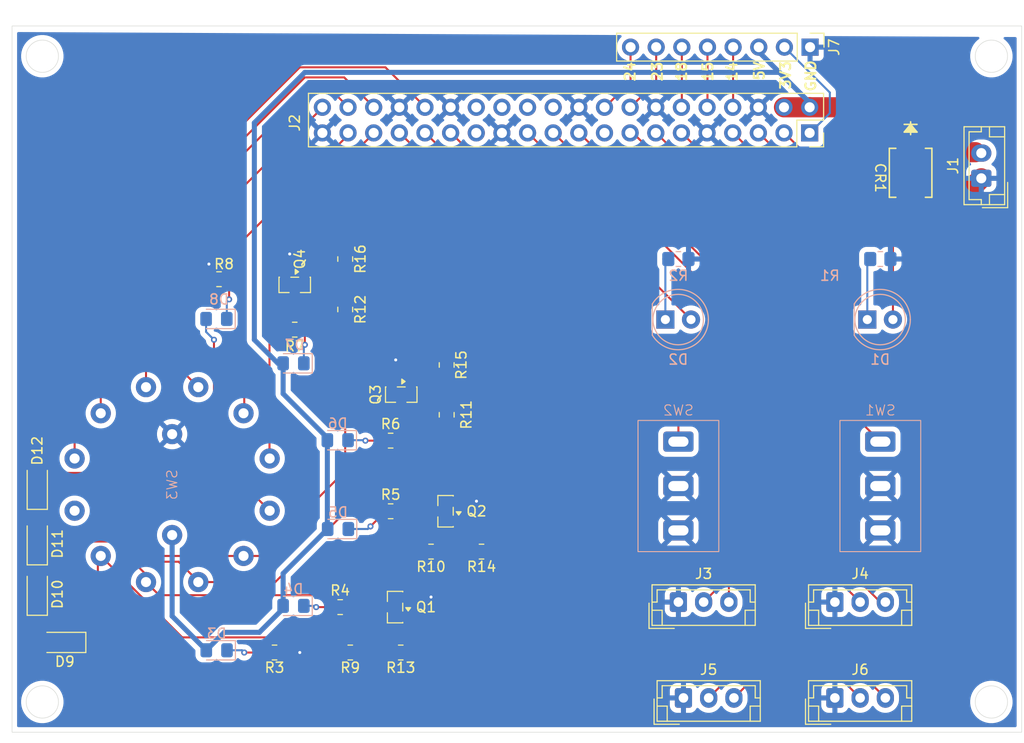
<source format=kicad_pcb>
(kicad_pcb (version 20241229) (generator "pcbnew") (generator_version "9.0")
  (layers (0 "F.Cu" signal) (2 "B.Cu" signal) (13 "F.Paste" user) (15 "B.Paste" user) (5 "F.SilkS" user "F.Silkscreen") (7 "B.SilkS" user "B.Silkscreen") (1 "F.Mask" user) (3 "B.Mask" user) (25 "Edge.Cuts" user))
  (net 0 "")
  (net 1 "GND")
  (net 2 "+5V")
  (net 3 "/LED5")
  (net 4 "/LED6")
  (net 5 "Net-(D3-K)")
  (net 6 "Net-(D4-K)")
  (net 7 "Net-(D5-K)")
  (net 8 "Net-(D6-K)")
  (net 9 "Net-(D7-K)")
  (net 10 "Net-(D8-K)")
  (net 11 "Net-(D12-A)")
  (net 12 "Net-(D9-K)")
  (net 13 "Net-(D10-K)")
  (net 14 "Net-(D10-A)")
  (net 15 "Net-(D11-A)")
  (net 17 "/switch_B")
  (net 18 "/LED3")
  (net 19 "/button_2")
  (net 20 "/button_4")
  (net 21 "/switch_W")
  (net 22 "/LED1")
  (net 23 "/button_3")
  (net 24 "+3V3")
  (net 25 "/LED2")
  (net 26 "/button_1")
  (net 27 "/LED4")
  (net 28 "Net-(Q1-B)")
  (net 29 "Net-(Q1-C)")
  (net 30 "Net-(Q2-C)")
  (net 31 "Net-(Q2-B)")
  (net 32 "Net-(Q3-B)")
  (net 33 "Net-(Q3-C)")
  (net 34 "Net-(Q4-B)")
  (net 35 "Net-(Q4-C)")
  (net 41 "Net-(J2-Pin_35)")
  (net 42 "Net-(J2-Pin_36)")
  (net 43 "Net-(J2-Pin_37)")
  (net 44 "Net-(J2-Pin_40)")
  (net 45 "Net-(J2-Pin_38)")
  (net 46 "Net-(J2-Pin_32)")
  (net 47 "Net-(D1-K)")
  (net 48 "Net-(D2-K)")
  (net 50 "/GPIO_24")
  (net 51 "/GPIO_18")
  (net 52 "/GPIO_15")
  (net 53 "/GPIO_23")
  (net 54 "/GPIO_14")
  (footprint "_Custom_Library:SMB_STM" (layer "F.Cu") (at 164 72.9553 -90)
    (property "Reference" "CR1" (at 0.5 3 270) (layer "F.SilkS"))
    (property "Value" "SMBJ5.0A-TR")
    (pad "1" smd rect (at -2.0447 0 270) (size 2.2098 2.2606) (layers "F.Cu" "F.Mask" "F.Paste") (net 2 "+5V"))
    (pad "2" smd rect (at 2.0447 0 270) (size 2.2098 2.2606) (layers "F.Cu" "F.Mask" "F.Paste") (net 1 "GND"))
  )
  (footprint "Diode_SMD:D_SOD-123F" (layer "F.Cu") (at 80.1 119.5 180)
    (property "Reference" "D9" (at -0.127 -1.905 0) (layer "F.SilkS"))
    (property "Value" "1N4001W")
    (pad "1" smd roundrect (at -1.4 0 180) (size 1.1 1.1) (layers "F.Cu" "F.Mask" "F.Paste") (roundrect_rratio 0.2272727273) (net 12 "Net-(D9-K)"))
    (pad "2" smd roundrect (at 1.4 0 180) (size 1.1 1.1) (layers "F.Cu" "F.Mask" "F.Paste") (roundrect_rratio 0.2272727273) (net 13 "Net-(D10-K)"))
  )
  (footprint "Diode_SMD:D_SOD-123F" (layer "F.Cu") (at 77.5 104.1 90)
    (property "Reference" "D12" (at 3.6 0 90) (layer "F.SilkS"))
    (property "Value" "1N4001W")
    (pad "1" smd roundrect (at -1.4 0 90) (size 1.1 1.1) (layers "F.Cu" "F.Mask" "F.Paste") (roundrect_rratio 0.2272727273) (net 15 "Net-(D11-A)"))
    (pad "2" smd roundrect (at 1.4 0 90) (size 1.1 1.1) (layers "F.Cu" "F.Mask" "F.Paste") (roundrect_rratio 0.2272727273) (net 11 "Net-(D12-A)"))
  )
  (footprint "Resistor_SMD:R_0805_2012Metric_Pad1.20x1.40mm_HandSolder" (layer "F.Cu") (at 112.5 99.5)
    (property "Reference" "R6" (at 0 -1.65 0) (layer "F.SilkS"))
    (property "Value" "750R")
    (pad "1" smd roundrect (at -1 0) (size 1.2 1.4) (layers "F.Cu" "F.Mask" "F.Paste") (roundrect_rratio 0.208333) (net 8 "Net-(D6-K)"))
    (pad "2" smd roundrect (at 1 0) (size 1.2 1.4) (layers "F.Cu" "F.Mask" "F.Paste") (roundrect_rratio 0.208333) (net 33 "Net-(Q3-C)"))
  )
  (footprint "Resistor_SMD:R_0805_2012Metric_Pad1.20x1.40mm_HandSolder" (layer "F.Cu") (at 107.5 116)
    (property "Reference" "R4" (at 0 -1.65 0) (layer "F.SilkS"))
    (property "Value" "3.3k")
    (pad "1" smd roundrect (at -1 0) (size 1.2 1.4) (layers "F.Cu" "F.Mask" "F.Paste") (roundrect_rratio 0.208333) (net 6 "Net-(D4-K)"))
    (pad "2" smd roundrect (at 1 0) (size 1.2 1.4) (layers "F.Cu" "F.Mask" "F.Paste") (roundrect_rratio 0.208333) (net 29 "Net-(Q1-C)"))
  )
  (footprint "Package_TO_SOT_SMD:SOT-23" (layer "F.Cu") (at 117.9375 106.5 180)
    (property "Reference" "Q2" (at -3.0625 0 0) (layer "F.SilkS"))
    (property "Value" "MMBT3904")
    (pad "1" smd roundrect (at -0.9375 -0.95 180) (size 1.475 0.6) (layers "F.Cu" "F.Mask" "F.Paste") (net 31 "Net-(Q2-B)"))
    (pad "2" smd roundrect (at -0.9375 0.95 180) (size 1.475 0.6) (layers "F.Cu" "F.Mask" "F.Paste") (net 1 "GND"))
    (pad "3" smd roundrect (at 0.9375 0 180) (size 1.475 0.6) (layers "F.Cu" "F.Mask" "F.Paste") (net 30 "Net-(Q2-C)"))
  )
  (footprint "Resistor_SMD:R_0805_2012Metric_Pad1.20x1.40mm_HandSolder" (layer "F.Cu") (at 118.05 96.9375 90)
    (property "Reference" "R11" (at 0 1.95 90) (layer "F.SilkS"))
    (property "Value" "5.1k")
    (pad "1" smd roundrect (at -1 0 90) (size 1.2 1.4) (layers "F.Cu" "F.Mask" "F.Paste") (roundrect_rratio 0.208333) (net 14 "Net-(D10-A)"))
    (pad "2" smd roundrect (at 1 0 90) (size 1.2 1.4) (layers "F.Cu" "F.Mask" "F.Paste") (roundrect_rratio 0.208333) (net 32 "Net-(Q3-B)"))
  )
  (footprint "Connector_JST:JST_EH_B3B-EH-A_1x03_P2.50mm_Vertical" (layer "F.Cu") (at 141.5 125)
    (property "Reference" "J5" (at 2.5 -2.8 0) (layer "F.SilkS"))
    (property "Value" "Conn_01x03")
    (pad "1" thru_hole roundrect (at 0 0) (size 1.7 1.95) (drill 0.95) (layers "*.Cu" "*.Mask") (roundrect_rratio 0.147059) (net 1 "GND"))
    (pad "2" thru_hole oval (at 2.5 0) (size 1.7 1.95) (drill 0.95) (layers "*.Cu" "*.Mask") (net 18 "/LED3"))
    (pad "3" thru_hole oval (at 5 0) (size 1.7 1.95) (drill 0.95) (layers "*.Cu" "*.Mask") (net 23 "/button_3"))
  )
  (footprint "Diode_SMD:D_SOD-123F" (layer "F.Cu") (at 77.5 114.6 90)
    (property "Reference" "D10" (at -0.127 2 90) (layer "F.SilkS"))
    (property "Value" "1N4001W")
    (pad "1" smd roundrect (at -1.4 0 90) (size 1.1 1.1) (layers "F.Cu" "F.Mask" "F.Paste") (roundrect_rratio 0.2272727273) (net 13 "Net-(D10-K)"))
    (pad "2" smd roundrect (at 1.4 0 90) (size 1.1 1.1) (layers "F.Cu" "F.Mask" "F.Paste") (roundrect_rratio 0.2272727273) (net 14 "Net-(D10-A)"))
  )
  (footprint "Connector_JST:JST_EH_B3B-EH-A_1x03_P2.50mm_Vertical" (layer "F.Cu") (at 141 115.5)
    (property "Reference" "J3" (at 2.5 -2.8 0) (layer "F.SilkS"))
    (property "Value" "Conn_01x03")
    (pad "1" thru_hole roundrect (at 0 0) (size 1.7 1.95) (drill 0.95) (layers "*.Cu" "*.Mask") (roundrect_rratio 0.147059) (net 1 "GND"))
    (pad "2" thru_hole oval (at 2.5 0) (size 1.7 1.95) (drill 0.95) (layers "*.Cu" "*.Mask") (net 22 "/LED1"))
    (pad "3" thru_hole oval (at 5 0) (size 1.7 1.95) (drill 0.95) (layers "*.Cu" "*.Mask") (net 26 "/button_1"))
  )
  (footprint "Resistor_SMD:R_0805_2012Metric_Pad1.20x1.40mm_HandSolder" (layer "F.Cu") (at 108 81.5 90)
    (property "Reference" "R16" (at 0 1.5 90) (layer "F.SilkS"))
    (property "Value" "100k")
    (pad "1" smd roundrect (at -1 0 90) (size 1.2 1.4) (layers "F.Cu" "F.Mask" "F.Paste") (roundrect_rratio 0.208333) (net 34 "Net-(Q4-B)"))
    (pad "2" smd roundrect (at 1 0 90) (size 1.2 1.4) (layers "F.Cu" "F.Mask" "F.Paste") (roundrect_rratio 0.208333) (net 1 "GND"))
  )
  (footprint "Resistor_SMD:R_0805_2012Metric_Pad1.20x1.40mm_HandSolder" (layer "F.Cu") (at 101 120.5)
    (property "Reference" "R3" (at 0 1.5 0) (layer "F.SilkS"))
    (property "Value" "3.3k")
    (pad "1" smd roundrect (at -1 0) (size 1.2 1.4) (layers "F.Cu" "F.Mask" "F.Paste") (roundrect_rratio 0.208333) (net 5 "Net-(D3-K)"))
    (pad "2" smd roundrect (at 1 0) (size 1.2 1.4) (layers "F.Cu" "F.Mask" "F.Paste") (roundrect_rratio 0.208333) (net 1 "GND"))
  )
  (footprint "Resistor_SMD:R_0805_2012Metric_Pad1.20x1.40mm_HandSolder" (layer "F.Cu") (at 113.5 120.5)
    (property "Reference" "R13" (at 0 1.5 0) (layer "F.SilkS"))
    (property "Value" "100k")
    (pad "1" smd roundrect (at -1 0) (size 1.2 1.4) (layers "F.Cu" "F.Mask" "F.Paste") (roundrect_rratio 0.208333) (net 28 "Net-(Q1-B)"))
    (pad "2" smd roundrect (at 1 0) (size 1.2 1.4) (layers "F.Cu" "F.Mask" "F.Paste") (roundrect_rratio 0.208333) (net 1 "GND"))
  )
  (footprint "Resistor_SMD:R_0805_2012Metric_Pad1.20x1.40mm_HandSolder" (layer "F.Cu") (at 95.5 83.5 180)
    (property "Reference" "R8" (at -0.5 1.5 0) (layer "F.SilkS"))
    (property "Value" "750R")
    (pad "1" smd roundrect (at -1 0 180) (size 1.2 1.4) (layers "F.Cu" "F.Mask" "F.Paste") (roundrect_rratio 0.208333) (net 10 "Net-(D8-K)"))
    (pad "2" smd roundrect (at 1 0 180) (size 1.2 1.4) (layers "F.Cu" "F.Mask" "F.Paste") (roundrect_rratio 0.208333) (net 1 "GND"))
  )
  (footprint "Resistor_SMD:R_0805_2012Metric_Pad1.20x1.40mm_HandSolder" (layer "F.Cu") (at 116.5 110.5)
    (property "Reference" "R10" (at 0 1.5 0) (layer "F.SilkS"))
    (property "Value" "5.1k")
    (pad "1" smd roundrect (at -1 0) (size 1.2 1.4) (layers "F.Cu" "F.Mask" "F.Paste") (roundrect_rratio 0.208333) (net 13 "Net-(D10-K)"))
    (pad "2" smd roundrect (at 1 0) (size 1.2 1.4) (layers "F.Cu" "F.Mask" "F.Paste") (roundrect_rratio 0.208333) (net 31 "Net-(Q2-B)"))
  )
  (footprint "Resistor_SMD:R_0805_2012Metric_Pad1.20x1.40mm_HandSolder" (layer "F.Cu") (at 112.5 106.5)
    (property "Reference" "R5" (at 0 -1.65 0) (layer "F.SilkS"))
    (property "Value" "750R")
    (pad "1" smd roundrect (at -1 0) (size 1.2 1.4) (layers "F.Cu" "F.Mask" "F.Paste") (roundrect_rratio 0.208333) (net 7 "Net-(D5-K)"))
    (pad "2" smd roundrect (at 1 0) (size 1.2 1.4) (layers "F.Cu" "F.Mask" "F.Paste") (roundrect_rratio 0.208333) (net 30 "Net-(Q2-C)"))
  )
  (footprint "Diode_SMD:D_SOD-123F" (layer "F.Cu") (at 77.5 109.6 90)
    (property "Reference" "D11" (at -0.127 2 90) (layer "F.SilkS"))
    (property "Value" "1N4001W")
    (pad "1" smd roundrect (at -1.4 0 90) (size 1.1 1.1) (layers "F.Cu" "F.Mask" "F.Paste") (roundrect_rratio 0.2272727273) (net 14 "Net-(D10-A)"))
    (pad "2" smd roundrect (at 1.4 0 90) (size 1.1 1.1) (layers "F.Cu" "F.Mask" "F.Paste") (roundrect_rratio 0.2272727273) (net 15 "Net-(D11-A)"))
  )
  (footprint "Resistor_SMD:R_0805_2012Metric_Pad1.20x1.40mm_HandSolder" (layer "F.Cu") (at 108 86.5 90)
    (property "Reference" "R12" (at 0 1.5 90) (layer "F.SilkS"))
    (property "Value" "5.1k")
    (pad "1" smd roundrect (at -1 0 90) (size 1.2 1.4) (layers "F.Cu" "F.Mask" "F.Paste") (roundrect_rratio 0.208333) (net 15 "Net-(D11-A)"))
    (pad "2" smd roundrect (at 1 0 90) (size 1.2 1.4) (layers "F.Cu" "F.Mask" "F.Paste") (roundrect_rratio 0.208333) (net 34 "Net-(Q4-B)"))
  )
  (footprint "Resistor_SMD:R_0805_2012Metric_Pad1.20x1.40mm_HandSolder" (layer "F.Cu") (at 108.5 120.5)
    (property "Reference" "R9" (at 0 1.5 0) (layer "F.SilkS"))
    (property "Value" "5.1k")
    (pad "1" smd roundrect (at -1 0) (size 1.2 1.4) (layers "F.Cu" "F.Mask" "F.Paste") (roundrect_rratio 0.208333) (net 12 "Net-(D9-K)"))
    (pad "2" smd roundrect (at 1 0) (size 1.2 1.4) (layers "F.Cu" "F.Mask" "F.Paste") (roundrect_rratio 0.208333) (net 28 "Net-(Q1-B)"))
  )
  (footprint "Connector_PinHeader_2.54mm:PinHeader_1x08_P2.54mm_Vertical" (layer "F.Cu") (at 154.04 60.5 -90)
    (property "Reference" "J7" (at 0 -2.38 90) (layer "F.SilkS"))
    (property "Value" "Conn_01x08")
    (pad "1" thru_hole rect (at 0 0 270) (size 1.7 1.7) (drill 1) (layers "*.Cu" "*.Mask") (net 1 "GND"))
    (pad "2" thru_hole circle (at 0 2.54 270) (size 1.7 1.7) (drill 1) (layers "*.Cu" "*.Mask") (net 24 "+3V3"))
    (pad "3" thru_hole circle (at 0 5.08 270) (size 1.7 1.7) (drill 1) (layers "*.Cu" "*.Mask") (net 2 "+5V"))
    (pad "4" thru_hole circle (at 0 7.62 270) (size 1.7 1.7) (drill 1) (layers "*.Cu" "*.Mask") (net 54 "/GPIO_14"))
    (pad "5" thru_hole circle (at 0 10.16 270) (size 1.7 1.7) (drill 1) (layers "*.Cu" "*.Mask") (net 52 "/GPIO_15"))
    (pad "6" thru_hole circle (at 0 12.7 270) (size 1.7 1.7) (drill 1) (layers "*.Cu" "*.Mask") (net 51 "/GPIO_18"))
    (pad "7" thru_hole circle (at 0 15.24 270) (size 1.7 1.7) (drill 1) (layers "*.Cu" "*.Mask") (net 53 "/GPIO_23"))
    (pad "8" thru_hole circle (at 0 17.78 270) (size 1.7 1.7) (drill 1) (layers "*.Cu" "*.Mask") (net 50 "/GPIO_24"))
  )
  (footprint "Package_TO_SOT_SMD:SOT-23" (layer "F.Cu") (at 113.55 94.9375 -90)
    (property "Reference" "Q3" (at 0 2.55 90) (layer "F.SilkS"))
    (property "Value" "MMBT3904")
    (pad "1" smd roundrect (at -0.9375 -0.95 270) (size 1.475 0.6) (layers "F.Cu" "F.Mask" "F.Paste") (net 32 "Net-(Q3-B)"))
    (pad "2" smd roundrect (at -0.9375 0.95 270) (size 1.475 0.6) (layers "F.Cu" "F.Mask" "F.Paste") (net 1 "GND"))
    (pad "3" smd roundrect (at 0.9375 0 270) (size 1.475 0.6) (layers "F.Cu" "F.Mask" "F.Paste") (net 33 "Net-(Q3-C)"))
  )
  (footprint "Package_TO_SOT_SMD:SOT-23" (layer "F.Cu") (at 112.9375 116 180)
    (property "Reference" "Q1" (at -3.0625 0 0) (layer "F.SilkS"))
    (property "Value" "MMBT3904")
    (pad "1" smd roundrect (at -0.9375 -0.95 180) (size 1.475 0.6) (layers "F.Cu" "F.Mask" "F.Paste") (net 28 "Net-(Q1-B)"))
    (pad "2" smd roundrect (at -0.9375 0.95 180) (size 1.475 0.6) (layers "F.Cu" "F.Mask" "F.Paste") (net 1 "GND"))
    (pad "3" smd roundrect (at 0.9375 0 180) (size 1.475 0.6) (layers "F.Cu" "F.Mask" "F.Paste") (net 29 "Net-(Q1-C)"))
  )
  (footprint "Connector_JST:JST_EH_B3B-EH-A_1x03_P2.50mm_Vertical" (layer "F.Cu") (at 156.5 115.5)
    (property "Reference" "J4" (at 2.5 -2.8 0) (layer "F.SilkS"))
    (property "Value" "Conn_01x03")
    (pad "1" thru_hole roundrect (at 0 0) (size 1.7 1.95) (drill 0.95) (layers "*.Cu" "*.Mask") (roundrect_rratio 0.147059) (net 1 "GND"))
    (pad "2" thru_hole oval (at 2.5 0) (size 1.7 1.95) (drill 0.95) (layers "*.Cu" "*.Mask") (net 25 "/LED2"))
    (pad "3" thru_hole oval (at 5 0) (size 1.7 1.95) (drill 0.95) (layers "*.Cu" "*.Mask") (net 19 "/button_2"))
  )
  (footprint "Resistor_SMD:R_0805_2012Metric_Pad1.20x1.40mm_HandSolder" (layer "F.Cu") (at 121.5 110.5)
    (property "Reference" "R14" (at 0 1.5 0) (layer "F.SilkS"))
    (property "Value" "100k")
    (pad "1" smd roundrect (at -1 0) (size 1.2 1.4) (layers "F.Cu" "F.Mask" "F.Paste") (roundrect_rratio 0.208333) (net 31 "Net-(Q2-B)"))
    (pad "2" smd roundrect (at 1 0) (size 1.2 1.4) (layers "F.Cu" "F.Mask" "F.Paste") (roundrect_rratio 0.208333) (net 1 "GND"))
  )
  (footprint "Package_TO_SOT_SMD:SOT-23" (layer "F.Cu") (at 103 84.0625 -90)
    (property "Reference" "Q4" (at -2.5625 -0.5 270) (layer "F.SilkS"))
    (property "Value" "MMBT3904")
    (pad "1" smd roundrect (at -0.9375 -0.95 270) (size 1.475 0.6) (layers "F.Cu" "F.Mask" "F.Paste") (net 34 "Net-(Q4-B)"))
    (pad "2" smd roundrect (at -0.9375 0.95 270) (size 1.475 0.6) (layers "F.Cu" "F.Mask" "F.Paste") (net 1 "GND"))
    (pad "3" smd roundrect (at 0.9375 0 270) (size 1.475 0.6) (layers "F.Cu" "F.Mask" "F.Paste") (net 35 "Net-(Q4-C)"))
  )
  (footprint "Connector_JST:JST_EH_B3B-EH-A_1x03_P2.50mm_Vertical" (layer "F.Cu") (at 156.5 125)
    (property "Reference" "J6" (at 2.5 -2.8 0) (layer "F.SilkS"))
    (property "Value" "Conn_01x03")
    (pad "1" thru_hole roundrect (at 0 0) (size 1.7 1.95) (drill 0.95) (layers "*.Cu" "*.Mask") (roundrect_rratio 0.147059) (net 1 "GND"))
    (pad "2" thru_hole oval (at 2.5 0) (size 1.7 1.95) (drill 0.95) (layers "*.Cu" "*.Mask") (net 27 "/LED4"))
    (pad "3" thru_hole oval (at 5 0) (size 1.7 1.95) (drill 0.95) (layers "*.Cu" "*.Mask") (net 20 "/button_4"))
  )
  (footprint "_Custom_Library:PinHeader_2x20_P2.54mm_Vertical_MIRROR" (layer "F.Cu") (at 154 65.3 -90)
    (property "Reference" "J2" (at 2.7 51 90) (layer "F.SilkS"))
    (property "Value" "Conn_02x20_Odd_Even")
    (pad "1" thru_hole rect (at 3.7 0 270) (size 1.7 1.7) (drill 1) (layers "*.Cu" "*.Mask") (net 24 "+3V3"))
    (pad "2" thru_hole circle (at 1.16 0 270) (size 1.7 1.7) (drill 1) (layers "*.Cu" "*.Mask") (net 2 "+5V"))
    (pad "3" thru_hole circle (at 3.7 2.54 270) (size 1.7 1.7) (drill 1) (layers "*.Cu" "*.Mask") (net 3 "/LED5"))
    (pad "4" thru_hole circle (at 1.16 2.54 270) (size 1.7 1.7) (drill 1) (layers "*.Cu" "*.Mask") (net 2 "+5V"))
    (pad "5" thru_hole circle (at 3.7 5.08 270) (size 1.7 1.7) (drill 1) (layers "*.Cu" "*.Mask") (net 21 "/switch_W"))
    (pad "6" thru_hole circle (at 1.16 5.08 270) (size 1.7 1.7) (drill 1) (layers "*.Cu" "*.Mask") (net 1 "GND"))
    (pad "7" thru_hole circle (at 3.7 7.62 270) (size 1.7 1.7) (drill 1) (layers "*.Cu" "*.Mask") (net 19 "/button_2"))
    (pad "8" thru_hole circle (at 1.16 7.62 270) (size 1.7 1.7) (drill 1) (layers "*.Cu" "*.Mask") (net 54 "/GPIO_14"))
    (pad "9" thru_hole circle (at 3.7 10.16 270) (size 1.7 1.7) (drill 1) (layers "*.Cu" "*.Mask") (net 1 "GND"))
    (pad "10" thru_hole circle (at 1.16 10.16 270) (size 1.7 1.7) (drill 1) (layers "*.Cu" "*.Mask") (net 52 "/GPIO_15"))
    (pad "11" thru_hole circle (at 3.7 12.7 270) (size 1.7 1.7) (drill 1) (layers "*.Cu" "*.Mask") (net 25 "/LED2"))
    (pad "12" thru_hole circle (at 1.16 12.7 270) (size 1.7 1.7) (drill 1) (layers "*.Cu" "*.Mask") (net 51 "/GPIO_18"))
    (pad "13" thru_hole circle (at 3.7 15.24 270) (size 1.7 1.7) (drill 1) (layers "*.Cu" "*.Mask") (net 20 "/button_4"))
    (pad "14" thru_hole circle (at 1.16 15.24 270) (size 1.7 1.7) (drill 1) (layers "*.Cu" "*.Mask") (net 1 "GND"))
    (pad "15" thru_hole circle (at 3.7 17.78 270) (size 1.7 1.7) (drill 1) (layers "*.Cu" "*.Mask") (net 27 "/LED4"))
    (pad "16" thru_hole circle (at 1.16 17.78 270) (size 1.7 1.7) (drill 1) (layers "*.Cu" "*.Mask") (net 53 "/GPIO_23"))
    (pad "17" thru_hole circle (at 3.7 20.32 270) (size 1.7 1.7) (drill 1) (layers "*.Cu" "*.Mask"))
    (pad "18" thru_hole circle (at 1.16 20.32 270) (size 1.7 1.7) (drill 1) (layers "*.Cu" "*.Mask") (net 50 "/GPIO_24"))
    (pad "19" thru_hole circle (at 3.7 22.86 270) (size 1.7 1.7) (drill 1) (layers "*.Cu" "*.Mask") (net 23 "/button_3"))
    (pad "20" thru_hole circle (at 1.16 22.86 270) (size 1.7 1.7) (drill 1) (layers "*.Cu" "*.Mask") (net 1 "GND"))
    (pad "21" thru_hole circle (at 3.7 25.4 270) (size 1.7 1.7) (drill 1) (layers "*.Cu" "*.Mask") (net 18 "/LED3"))
    (pad "22" thru_hole circle (at 1.16 25.4 270) (size 1.7 1.7) (drill 1) (layers "*.Cu" "*.Mask"))
    (pad "23" thru_hole circle (at 3.7 27.94 270) (size 1.7 1.7) (drill 1) (layers "*.Cu" "*.Mask") (net 26 "/button_1"))
    (pad "24" thru_hole circle (at 1.16 27.94 270) (size 1.7 1.7) (drill 1) (layers "*.Cu" "*.Mask"))
    (pad "25" thru_hole circle (at 3.7 30.48 270) (size 1.7 1.7) (drill 1) (layers "*.Cu" "*.Mask") (net 1 "GND"))
    (pad "26" thru_hole circle (at 1.16 30.48 270) (size 1.7 1.7) (drill 1) (layers "*.Cu" "*.Mask"))
    (pad "27" thru_hole circle (at 3.7 33.02 270) (size 1.7 1.7) (drill 1) (layers "*.Cu" "*.Mask"))
    (pad "28" thru_hole circle (at 1.16 33.02 270) (size 1.7 1.7) (drill 1) (layers "*.Cu" "*.Mask"))
    (pad "29" thru_hole circle (at 3.7 35.56 270) (size 1.7 1.7) (drill 1) (layers "*.Cu" "*.Mask") (net 22 "/LED1"))
    (pad "30" thru_hole circle (at 1.16 35.56 270) (size 1.7 1.7) (drill 1) (layers "*.Cu" "*.Mask") (net 1 "GND"))
    (pad "31" thru_hole circle (at 3.7 38.1 270) (size 1.7 1.7) (drill 1) (layers "*.Cu" "*.Mask") (net 4 "/LED6"))
    (pad "32" thru_hole circle (at 1.16 38.1 270) (size 1.7 1.7) (drill 1) (layers "*.Cu" "*.Mask") (net 46 "Net-(J2-Pin_32)"))
    (pad "33" thru_hole circle (at 3.7 40.64 270) (size 1.7 1.7) (drill 1) (layers "*.Cu" "*.Mask") (net 17 "/switch_B"))
    (pad "34" thru_hole circle (at 1.16 40.64 270) (size 1.7 1.7) (drill 1) (layers "*.Cu" "*.Mask") (net 1 "GND"))
    (pad "35" thru_hole circle (at 3.7 43.18 270) (size 1.7 1.7) (drill 1) (layers "*.Cu" "*.Mask") (net 41 "Net-(J2-Pin_35)"))
    (pad "36" thru_hole circle (at 1.16 43.18 270) (size 1.7 1.7) (drill 1) (layers "*.Cu" "*.Mask") (net 42 "Net-(J2-Pin_36)"))
    (pad "37" thru_hole circle (at 3.7 45.72 270) (size 1.7 1.7) (drill 1) (layers "*.Cu" "*.Mask") (net 43 "Net-(J2-Pin_37)"))
    (pad "38" thru_hole circle (at 1.16 45.72 270) (size 1.7 1.7) (drill 1) (layers "*.Cu" "*.Mask") (net 45 "Net-(J2-Pin_38)"))
    (pad "39" thru_hole circle (at 3.7 48.26 270) (size 1.7 1.7) (drill 1) (layers "*.Cu" "*.Mask") (net 1 "GND"))
    (pad "40" thru_hole circle (at 1.16 48.26 270) (size 1.7 1.7) (drill 1) (layers "*.Cu" "*.Mask") (net 44 "Net-(J2-Pin_40)"))
  )
  (footprint "Resistor_SMD:R_0805_2012Metric_Pad1.20x1.40mm_HandSolder" (layer "F.Cu") (at 103 88.5 180)
    (property "Reference" "R7" (at 0 -1.65 0) (layer "F.SilkS"))
    (property "Value" "750R")
    (pad "1" smd roundrect (at -1 0 180) (size 1.2 1.4) (layers "F.Cu" "F.Mask" "F.Paste") (roundrect_rratio 0.208333) (net 9 "Net-(D7-K)"))
    (pad "2" smd roundrect (at 1 0 180) (size 1.2 1.4) (layers "F.Cu" "F.Mask" "F.Paste") (roundrect_rratio 0.208333) (net 35 "Net-(Q4-C)"))
  )
  (footprint "Connector_JST:JST_EH_B2B-EH-A_1x02_P2.50mm_Vertical" (layer "F.Cu") (at 171 73.5 90)
    (property "Reference" "J1" (at 1.25 -2.8 90) (layer "F.SilkS"))
    (property "Value" "Conn_01x02")
    (pad "1" thru_hole roundrect (at 0 0 90) (size 1.7 2) (drill 1) (layers "*.Cu" "*.Mask") (roundrect_rratio 0.147059) (net 1 "GND"))
    (pad "2" thru_hole oval (at 2.5 0 90) (size 1.7 2) (drill 1) (layers "*.Cu" "*.Mask") (net 2 "+5V"))
  )
  (footprint "Resistor_SMD:R_0805_2012Metric_Pad1.20x1.40mm_HandSolder" (layer "F.Cu") (at 118.05 92 90)
    (property "Reference" "R15" (at 0 1.45 90) (layer "F.SilkS"))
    (property "Value" "100k")
    (pad "1" smd roundrect (at -1 0 90) (size 1.2 1.4) (layers "F.Cu" "F.Mask" "F.Paste") (roundrect_rratio 0.208333) (net 32 "Net-(Q3-B)"))
    (pad "2" smd roundrect (at 1 0 90) (size 1.2 1.4) (layers "F.Cu" "F.Mask" "F.Paste") (roundrect_rratio 0.208333) (net 1 "GND"))
  )
  (footprint "LED_THT:LED_D5.0mm" (layer "B.Cu") (at 159.71 87.5)
    (property "Reference" "D1" (at 1.27 3.96 0) (layer "B.SilkS") (effects (justify mirror)))
    (property "Value" "LED")
    (pad "1" thru_hole rect (at 0 0) (size 1.8 1.8) (drill 0.9) (layers "*.Cu" "*.Mask") (net 47 "Net-(D1-K)"))
    (pad "2" thru_hole circle (at 2.54 0) (size 1.8 1.8) (drill 0.9) (layers "*.Cu" "*.Mask") (net 3 "/LED5"))
  )
  (footprint "Resistor_SMD:R_0805_2012Metric_Pad1.20x1.40mm_HandSolder" (layer "B.Cu") (at 161 81.5)
    (property "Reference" "R1" (at -5 1.65 0) (layer "B.SilkS") (effects (justify mirror)))
    (property "Value" "330R")
    (pad "1" smd roundrect (at -1 0) (size 1.2 1.4) (layers "B.Cu" "B.Mask" "B.Paste") (roundrect_rratio 0.208333) (net 47 "Net-(D1-K)"))
    (pad "2" smd roundrect (at 1 0) (size 1.2 1.4) (layers "B.Cu" "B.Mask" "B.Paste") (roundrect_rratio 0.208333) (net 1 "GND"))
  )
  (footprint "LED_SMD:LED_0805_2012Metric_Pad1.15x1.40mm_HandSolder" (layer "B.Cu") (at 107.256103 99.45794 180)
    (property "Reference" "D6" (at 0 1.65 0) (layer "B.SilkS") (effects (justify mirror)))
    (property "Value" "LED")
    (pad "1" smd roundrect (at -1.025 0 180) (size 1.15 1.4) (layers "B.Cu" "B.Mask" "B.Paste") (roundrect_rratio 0.217391) (net 8 "Net-(D6-K)"))
    (pad "2" smd roundrect (at 1.025 0 180) (size 1.15 1.4) (layers "B.Cu" "B.Mask" "B.Paste") (roundrect_rratio 0.217391) (net 2 "+5V"))
  )
  (footprint "_Custom_Library:SW_rotary_2x6" (layer "B.Cu") (at 90.857864 103.857864 -90)
    (property "Reference" "SW3" (at 0 0 90) (layer "B.SilkS") (effects (font (thickness 0.1)) (justify mirror)))
    (property "Value" "SW_Rotary_2x6")
    (pad "1" thru_hole circle (at -2.58819 9.659258) (size 2 2) (drill 1) (layers "*.Cu" "*.Mask") (net 46 "Net-(J2-Pin_32)"))
    (pad "2" thru_hole circle (at -7.071 7.071) (size 2 2) (drill 1) (layers "*.Cu" "*.Mask") (net 42 "Net-(J2-Pin_36)"))
    (pad "3" thru_hole circle (at -9.659258 2.58819) (size 2 2) (drill 1) (layers "*.Cu" "*.Mask") (net 45 "Net-(J2-Pin_38)"))
    (pad "4" thru_hole circle (at -9.659258 -2.58819 270) (size 2 2) (drill 1) (layers "*.Cu" "*.Mask") (net 44 "Net-(J2-Pin_40)"))
    (pad "5" thru_hole circle (at -7.071 -7.071 270) (size 2 2) (drill 1) (layers "*.Cu" "*.Mask") (net 43 "Net-(J2-Pin_37)"))
    (pad "6" thru_hole circle (at -2.58819 -9.659258 270) (size 2 2) (drill 1) (layers "*.Cu" "*.Mask") (net 41 "Net-(J2-Pin_35)"))
    (pad "7" thru_hole circle (at 2.58819 -9.659258) (size 2 2) (drill 1) (layers "*.Cu" "*.Mask") (net 11 "Net-(D12-A)"))
    (pad "8" thru_hole circle (at 7.071 -7.071) (size 2 2) (drill 1) (layers "*.Cu" "*.Mask") (net 15 "Net-(D11-A)"))
    (pad "9" thru_hole circle (at 9.659258 -2.58819) (size 2 2) (drill 1) (layers "*.Cu" "*.Mask") (net 14 "Net-(D10-A)"))
    (pad "10" thru_hole circle (at 9.659258 2.58819 270) (size 2 2) (drill 1) (layers "*.Cu" "*.Mask") (net 13 "Net-(D10-K)"))
    (pad "11" thru_hole circle (at 7.071 7.071 270) (size 2 2) (drill 1) (layers "*.Cu" "*.Mask") (net 12 "Net-(D9-K)"))
    (pad "12" thru_hole circle (at 2.58819 9.659258 270) (size 2 2) (drill 1) (layers "*.Cu" "*.Mask"))
    (pad "13" thru_hole circle (at -5 0 270) (size 2 2) (drill 1) (layers "*.Cu" "*.Mask") (net 1 "GND"))
    (pad "14" thru_hole circle (at 5 0 270) (size 2 2) (drill 1) (layers "*.Cu" "*.Mask") (net 2 "+5V"))
  )
  (footprint "LED_SMD:LED_0805_2012Metric_Pad1.15x1.40mm_HandSolder" (layer "B.Cu") (at 107.285364 108.257864 180)
    (property "Reference" "D5" (at 0 1.65 0) (layer "B.SilkS") (effects (justify mirror)))
    (property "Value" "LED")
    (pad "1" smd roundrect (at -1.025 0 180) (size 1.15 1.4) (layers "B.Cu" "B.Mask" "B.Paste") (roundrect_rratio 0.217391) (net 7 "Net-(D5-K)"))
    (pad "2" smd roundrect (at 1.025 0 180) (size 1.15 1.4) (layers "B.Cu" "B.Mask" "B.Paste") (roundrect_rratio 0.217391) (net 2 "+5V"))
  )
  (footprint "LED_THT:LED_D5.0mm" (layer "B.Cu") (at 139.71 87.5)
    (property "Reference" "D2" (at 1.27 3.96 0) (layer "B.SilkS") (effects (justify mirror)))
    (property "Value" "LED")
    (pad "1" thru_hole rect (at 0 0) (size 1.8 1.8) (drill 0.9) (layers "*.Cu" "*.Mask") (net 48 "Net-(D2-K)"))
    (pad "2" thru_hole circle (at 2.54 0) (size 1.8 1.8) (drill 0.9) (layers "*.Cu" "*.Mask") (net 4 "/LED6"))
  )
  (footprint "_Custom_Library:SW_toggle" (layer "B.Cu") (at 141 104 180)
    (property "Reference" "SW2" (at 0 7.5 0) (layer "B.SilkS") (effects (font (thickness 0.1)) (justify mirror)))
    (property "Value" "SW_SPDT")
    (pad "1" thru_hole roundrect (at 0 4.4 180) (size 3 2) (drill oval 2 1) (layers "*.Cu" "*.Mask") (roundrect_rratio 0.15) (net 17 "/switch_B"))
    (pad "2" thru_hole roundrect (at 0 0 180) (size 3 2) (drill oval 2 1) (layers "*.Cu" "*.Mask") (roundrect_rratio 0.15) (net 1 "GND"))
    (pad "3" thru_hole roundrect (at 0 -4.4 180) (size 3 2) (drill oval 2 1) (layers "*.Cu" "*.Mask") (roundrect_rratio 0.15) (net 1 "GND"))
  )
  (footprint "LED_SMD:LED_0805_2012Metric_Pad1.15x1.40mm_HandSolder" (layer "B.Cu") (at 102.875364 115.877864 180)
    (property "Reference" "D4" (at 0 1.65 0) (layer "B.SilkS") (effects (justify mirror)))
    (property "Value" "LED")
    (pad "1" smd roundrect (at -1.025 0 180) (size 1.15 1.4) (layers "B.Cu" "B.Mask" "B.Paste") (roundrect_rratio 0.217391) (net 6 "Net-(D4-K)"))
    (pad "2" smd roundrect (at 1.025 0 180) (size 1.15 1.4) (layers "B.Cu" "B.Mask" "B.Paste") (roundrect_rratio 0.217391) (net 2 "+5V"))
  )
  (footprint "Resistor_SMD:R_0805_2012Metric_Pad1.20x1.40mm_HandSolder" (layer "B.Cu") (at 141 81.5)
    (property "Reference" "R2" (at 0 1.65 0) (layer "B.SilkS") (effects (justify mirror)))
    (property "Value" "330R")
    (pad "1" smd roundrect (at -1 0) (size 1.2 1.4) (layers "B.Cu" "B.Mask" "B.Paste") (roundrect_rratio 0.208333) (net 48 "Net-(D2-K)"))
    (pad "2" smd roundrect (at 1 0) (size 1.2 1.4) (layers "B.Cu" "B.Mask" "B.Paste") (roundrect_rratio 0.208333) (net 1 "GND"))
  )
  (footprint "LED_SMD:LED_0805_2012Metric_Pad1.15x1.40mm_HandSolder" (layer "B.Cu") (at 95.265364 120.277864 180)
    (property "Reference" "D3" (at 0 1.65 0) (layer "B.SilkS") (effects (justify mirror)))
    (property "Value" "LED")
    (pad "1" smd roundrect (at -1.025 0 180) (size 1.15 1.4) (layers "B.Cu" "B.Mask" "B.Paste") (roundrect_rratio 0.217391) (net 5 "Net-(D3-K)"))
    (pad "2" smd roundrect (at 1.025 0 180) (size 1.15 1.4) (layers "B.Cu" "B.Mask" "B.Paste") (roundrect_rratio 0.217391) (net 2 "+5V"))
  )
  (footprint "LED_SMD:LED_0805_2012Metric_Pad1.15x1.40mm_HandSolder" (layer "B.Cu") (at 95.245364 87.437864 180)
    (property "Reference" "D8" (at -0.254636 1.937864 0) (layer "B.SilkS") (effects (justify mirror)))
    (property "Value" "LED")
    (pad "1" smd roundrect (at -1.025 0 180) (size 1.15 1.4) (layers "B.Cu" "B.Mask" "B.Paste") (roundrect_rratio 0.217391) (net 10 "Net-(D8-K)"))
    (pad "2" smd roundrect (at 1.025 0 180) (size 1.15 1.4) (layers "B.Cu" "B.Mask" "B.Paste") (roundrect_rratio 0.217391) (net 11 "Net-(D12-A)"))
  )
  (footprint "LED_SMD:LED_0805_2012Metric_Pad1.15x1.40mm_HandSolder" (layer "B.Cu") (at 102.875364 91.837864 180)
    (property "Reference" "D7" (at -0.124636 1.837864 0) (layer "B.SilkS") (effects (justify mirror)))
    (property "Value" "LED")
    (pad "1" smd roundrect (at -1.025 0 180) (size 1.15 1.4) (layers "B.Cu" "B.Mask" "B.Paste") (roundrect_rratio 0.217391) (net 9 "Net-(D7-K)"))
    (pad "2" smd roundrect (at 1.025 0 180) (size 1.15 1.4) (layers "B.Cu" "B.Mask" "B.Paste") (roundrect_rratio 0.217391) (net 2 "+5V"))
  )
  (footprint "_Custom_Library:SW_toggle" (layer "B.Cu") (at 161 104 180)
    (property "Reference" "SW1" (at 0 7.5 0) (layer "B.SilkS") (effects (font (thickness 0.1)) (justify mirror)))
    (property "Value" "SW_SPDT")
    (pad "1" thru_hole roundrect (at 0 4.4 180) (size 3 2) (drill oval 2 1) (layers "*.Cu" "*.Mask") (roundrect_rratio 0.15) (net 21 "/switch_W"))
    (pad "2" thru_hole roundrect (at 0 0 180) (size 3 2) (drill oval 2 1) (layers "*.Cu" "*.Mask") (roundrect_rratio 0.15) (net 1 "GND"))
    (pad "3" thru_hole roundrect (at 0 -4.4 180) (size 3 2) (drill oval 2 1) (layers "*.Cu" "*.Mask") (roundrect_rratio 0.15) (net 1 "GND"))
  )
  (gr_rect (start 75 58.4) (end 175 128.4) (stroke (width 0.05)) (fill no) (layer "Edge.Cuts"))
  (gr_circle (center 172 125.4) (end 173.6 125.4) (stroke (width 0.05)) (fill no) (layer "Edge.Cuts"))
  (gr_circle (center 172 61.4) (end 173.6 61.4) (stroke (width 0.05)) (fill no) (layer "Edge.Cuts"))
  (gr_circle (center 78 61.4) (end 79.6 61.4) (stroke (width 0.05)) (fill no) (layer "Edge.Cuts"))
  (gr_circle (center 78 125.4) (end 79.6 125.4) (stroke (width 0.05)) (fill no) (layer "Edge.Cuts"))
  (gr_text "14" (at 146.9 64 90) (layer "F.SilkS") (effects (font (size 1 1) (thickness 0.2) (bold yes)) (justify left bottom)))
  (gr_text "3V3" (at 152.2 64.8 90) (layer "F.SilkS") (effects (font (size 1 1) (thickness 0.2) (bold yes)) (justify left bottom)))
  (gr_text "23" (at 139.5 64 90) (layer "F.SilkS") (effects (font (size 1 1) (thickness 0.2) (bold yes)) (justify left bottom)))
  (gr_text "18" (at 141.9 64 90) (layer "F.SilkS") (effects (font (size 1 1) (thickness 0.2) (bold yes)) (justify left bottom)))
  (gr_text "5V" (at 149.6 63.9 90) (layer "F.SilkS") (effects (font (size 1 1) (thickness 0.2) (bold yes)) (justify left bottom)))
  (gr_text "24" (at 136.8 64 90) (layer "F.SilkS") (effects (font (size 1 1) (thickness 0.2) (bold yes)) (justify left bottom)))
  (gr_text "GND" (at 154.7 65 90) (layer "F.SilkS") (effects (font (size 1 1) (thickness 0.2) (bold yes)) (justify left bottom)))
  (gr_text "15" (at 144.5 64 90) (layer "F.SilkS") (effects (font (size 1 1) (thickness 0.2) (bold yes)) (justify left bottom)))
  (segment (start 120.95 105.55) (end 121 105.5) (width 0.2) (layer "F.Cu") (net 1))
  (segment (start 102.05 83.125) (end 102.05 81.45) (width 0.2) (layer "F.Cu") (net 1))
  (segment (start 116.45 115.05) (end 116.5 115) (width 0.2) (layer "F.Cu") (net 1))
  (segment (start 116.5 118.5) (end 116.5 115) (width 0.2) (layer "F.Cu") (net 1))
  (segment (start 122.5 110.5) (end 122.5 107) (width 0.2) (layer "F.Cu") (net 1))
  (segment (start 113 91.5) (end 113.5 91) (width 0.2) (layer "F.Cu") (net 1))
  (segment (start 112.6 91.9) (end 113 91.5) (width 0.2) (layer "F.Cu") (net 1))
  (segment (start 102.5 81) (end 103 80.5) (width 0.2) (layer "F.Cu") (net 1))
  (segment (start 102 120.5) (end 103.5 120.5) (width 0.2) (layer "F.Cu") (net 1))
  (segment (start 169.5 75) (end 171 73.5) (width 2) (layer "F.Cu") (net 1))
  (segment (start 94.5 83.5) (end 94.5 82) (width 0.2) (layer "F.Cu") (net 1))
  (segment (start 164 75) (end 169.5 75) (width 2) (layer "F.Cu") (net 1))
  (segment (start 113.5 91) (end 118.05 91) (width 0.2) (layer "F.Cu") (net 1))
  (segment (start 114.5 120.5) (end 116.5 118.5) (width 0.2) (layer "F.Cu") (net 1))
  (segment (start 102.05 81.45) (end 102.5 81) (width 0.2) (layer "F.Cu") (net 1))
  (segment (start 118.875 105.55) (end 120.95 105.55) (width 0.2) (layer "F.Cu") (net 1))
  (segment (start 103 80.5) (end 108 80.5) (width 0.2) (layer "F.Cu") (net 1))
  (segment (start 112.6 94) (end 112.6 91.9) (width 0.2) (layer "F.Cu") (net 1))
  (segment (start 113.875 115.05) (end 116.45 115.05) (width 0.2) (layer "F.Cu") (net 1))
  (segment (start 122.5 107) (end 121 105.5) (width 0.2) (layer "F.Cu") (net 1))
  (via (at 113 91.5) (size 0.6) (drill 0.3) (layers "F.Cu" "B.Cu") (net 1))
  (via (at 94.5 82) (size 0.6) (drill 0.3) (layers "F.Cu" "B.Cu") (net 1))
  (via (at 116.5 115) (size 0.6) (drill 0.3) (layers "F.Cu" "B.Cu") (net 1))
  (via (at 121 105.5) (size 0.6) (drill 0.3) (layers "F.Cu" "B.Cu") (net 1))
  (via (at 102.5 81) (size 0.6) (drill 0.3) (layers "F.Cu" "B.Cu") (net 1))
  (via (at 103.5 120.5) (size 0.6) (drill 0.3) (layers "F.Cu" "B.Cu") (net 1))
  (segment (start 170.5 71) (end 170.4106 70.9106) (width 0.2) (layer "F.Cu") (net 2))
  (segment (start 163.9106 70.9106) (end 159.46 66.46) (width 2) (layer "F.Cu") (net 2))
  (segment (start 170.4106 70.9106) (end 164 70.9106) (width 2) (layer "F.Cu") (net 2))
  (segment (start 171 71) (end 170.5 71) (width 0.2) (layer "F.Cu") (net 2))
  (segment (start 159.46 66.46) (end 154.04 66.46) (width 2) (layer "F.Cu") (net 2))
  (segment (start 164 70.9106) (end 163.9106 70.9106) (width 0.2) (layer "F.Cu") (net 2))
  (segment (start 154 66.46) (end 151.46 66.46) (width 2) (layer "F.Cu") (net 2))
  (segment (start 106.231103 107.731103) (end 106.231103 99.45794) (width 0.5) (layer "B.Cu") (net 2))
  (segment (start 101.850364 115.877864) (end 101.850364 112.667864) (width 0.5) (layer "B.Cu") (net 2))
  (segment (start 104 63) (end 99 68) (width 0.5) (layer "B.Cu") (net 2))
  (segment (start 106.231103 99.45794) (end 106.231103 99.231103) (width 0.2) (layer "B.Cu") (net 2))
  (segment (start 106.260364 107.760364) (end 106.231103 107.731103) (width 0.2) (layer "B.Cu") (net 2))
  (segment (start 101.850364 112.667864) (end 106.260364 108.257864) (width 0.5) (layer "B.Cu") (net 2))
  (segment (start 90.857864 108.857864) (end 90.857864 116.895364) (width 0.5) (layer "B.Cu") (net 2))
  (segment (start 106.260364 108.257864) (end 106.260364 107.760364) (width 0.2) (layer "B.Cu") (net 2))
  (segment (start 101.850364 94.850364) (end 101.850364 91.837864) (width 0.5) (layer "B.Cu") (net 2))
  (segment (start 151 63) (end 148.96 60.96) (width 0.5) (layer "B.Cu") (net 2))
  (segment (start 101.337864 91.837864) (end 101.850364 91.837864) (width 0.5) (layer "B.Cu") (net 2))
  (segment (start 106.231103 99.231103) (end 101.850364 94.850364) (width 0.5) (layer "B.Cu") (net 2))
  (segment (start 99 68) (end 99 89.5) (width 0.5) (layer "B.Cu") (net 2))
  (segment (start 148.96 60.96) (end 148.96 60.5) (width 0.5) (layer "B.Cu") (net 2))
  (segment (start 96.018228 118.5) (end 99.5 118.5) (width 0.5) (layer "B.Cu") (net 2))
  (segment (start 151 63) (end 104 63) (width 0.5) (layer "B.Cu") (net 2))
  (segment (start 94.240364 120.277864) (end 96.018228 118.5) (width 0.5) (layer "B.Cu") (net 2))
  (segment (start 99 89.5) (end 101.337864 91.837864) (width 0.5) (layer "B.Cu") (net 2))
  (segment (start 154.04 66.04) (end 151 63) (width 0.5) (layer "B.Cu") (net 2))
  (segment (start 101.850364 116.149636) (end 101.850364 115.877864) (width 0.2) (layer "B.Cu") (net 2))
  (segment (start 99.5 118.5) (end 101.850364 116.149636) (width 0.5) (layer "B.Cu") (net 2))
  (segment (start 90.857864 116.895364) (end 94.240364 120.277864) (width 0.5) (layer "B.Cu") (net 2))
  (segment (start 162.25 79.75) (end 162.25 87.5) (width 0.2) (layer "F.Cu") (net 3))
  (segment (start 151.5 69) (end 162.25 79.75) (width 0.2) (layer "F.Cu") (net 3))
  (segment (start 132.75 78) (end 142.25 87.5) (width 0.2) (layer "F.Cu") (net 4))
  (segment (start 124.94 78) (end 132.75 78) (width 0.2) (layer "F.Cu") (net 4))
  (segment (start 115.94 69) (end 124.94 78) (width 0.2) (layer "F.Cu") (net 4))
  (segment (start 142 87.25) (end 142.25 87.5) (width 0.2) (layer "B.Cu") (net 4))
  (segment (start 98 120.5) (end 100 120.5) (width 0.2) (layer "F.Cu") (net 5))
  (via (at 98 120.5) (size 0.6) (drill 0.3) (layers "F.Cu" "B.Cu") (net 5))
  (segment (start 97.777864 120.277864) (end 98 120.5) (width 0.2) (layer "B.Cu") (net 5))
  (segment (start 96.290364 120.277864) (end 97.777864 120.277864) (width 0.2) (layer "B.Cu") (net 5))
  (segment (start 106.5 116) (end 105.122137 116.000001) (width 0.2) (layer "F.Cu") (net 6))
  (via (at 105.122137 116.000001) (size 0.6) (drill 0.3) (layers "F.Cu" "B.Cu") (net 6))
  (segment (start 105 115.877864) (end 105.122137 116.000001) (width 0.2) (layer "B.Cu") (net 6))
  (segment (start 103.900364 115.877864) (end 105 115.877864) (width 0.2) (layer "B.Cu") (net 6))
  (segment (start 110.5 108) (end 111.5 107) (width 0.2) (layer "F.Cu") (net 7))
  (segment (start 111.5 107) (end 111.5 106.5) (width 0.2) (layer "F.Cu") (net 7))
  (via (at 110.5 108) (size 0.6) (drill 0.3) (layers "F.Cu" "B.Cu") (net 7))
  (segment (start 108.310364 108.257864) (end 110.242136 108.257864) (width 0.2) (layer "B.Cu") (net 7))
  (segment (start 110.242136 108.257864) (end 110.5 108) (width 0.2) (layer "B.Cu") (net 7))
  (segment (start 111.5 99.5) (end 110 99.5) (width 0.2) (layer "F.Cu") (net 8))
  (via (at 110 99.5) (size 0.6) (drill 0.3) (layers "F.Cu" "B.Cu") (net 8))
  (segment (start 109.95794 99.45794) (end 110 99.5) (width 0.2) (layer "B.Cu") (net 8))
  (segment (start 108.281103 99.45794) (end 109.95794 99.45794) (width 0.2) (layer "B.Cu") (net 8))
  (segment (start 104 90) (end 104 88.5) (width 0.2) (layer "F.Cu") (net 9))
  (via (at 104 90) (size 0.6) (drill 0.3) (layers "F.Cu" "B.Cu") (net 9))
  (segment (start 103.900364 90.099636) (end 104 90) (width 0.2) (layer "B.Cu") (net 9))
  (segment (start 103.900364 91.837864) (end 103.900364 90.099636) (width 0.2) (layer "B.Cu") (net 9))
  (segment (start 96.5 85.5) (end 96.5 83.5) (width 0.2) (layer "F.Cu") (net 10))
  (via (at 96.5 85.5) (size 0.6) (drill 0.3) (layers "F.Cu" "B.Cu") (net 10))
  (segment (start 96.270364 85.729636) (end 96.5 85.5) (width 0.2) (layer "B.Cu") (net 10))
  (segment (start 96.270364 87.437864) (end 96.270364 85.729636) (width 0.2) (layer "B.Cu") (net 10))
  (segment (start 95 100.928932) (end 95 89.5) (width 0.2) (layer "F.Cu") (net 11))
  (segment (start 95 100.928932) (end 93.228932 102.7) (width 0.2) (layer "F.Cu") (net 11))
  (segment (start 100.517122 106.446054) (end 95 100.928932) (width 0.2) (layer "F.Cu") (net 11))
  (segment (start 93.228932 102.7) (end 77.5 102.7) (width 0.2) (layer "F.Cu") (net 11))
  (via (at 95 89.5) (size 0.6) (drill 0.3) (layers "F.Cu" "B.Cu") (net 11))
  (segment (start 94.220364 88.720364) (end 95 89.5) (width 0.2) (layer "B.Cu") (net 11))
  (segment (start 94.220364 87.437864) (end 94.220364 88.720364) (width 0.2) (layer "B.Cu") (net 11))
  (segment (start 106 119) (end 107.5 120.5) (width 0.2) (layer "F.Cu") (net 12))
  (segment (start 83.786864 110.928864) (end 91.858 119) (width 0.2) (layer "F.Cu") (net 12))
  (segment (start 81.5 119.5) (end 83.5 117.5) (width 0.2) (layer "F.Cu") (net 12))
  (segment (start 83.5 111.215728) (end 83.786864 110.928864) (width 0.2) (layer "F.Cu") (net 12))
  (segment (start 91.858 119) (end 106 119) (width 0.2) (layer "F.Cu") (net 12))
  (segment (start 83.5 117.5) (end 83.5 111.215728) (width 0.2) (layer "F.Cu") (net 12))
  (segment (start 88.269674 112.769674) (end 88.269674 113.517122) (width 0.2) (layer "F.Cu") (net 13))
  (segment (start 111.181878 114.818122) (end 115.5 110.5) (width 0.2) (layer "F.Cu") (net 13))
  (segment (start 82.687918 109.5) (end 85 109.5) (width 0.2) (layer "F.Cu") (net 13))
  (segment (start 77.5 118.3) (end 78.7 119.5) (width 0.2) (layer "F.Cu") (net 13))
  (segment (start 88.269674 113.517122) (end 89.570674 114.818122) (width 0.2) (layer "F.Cu") (net 13))
  (segment (start 77.5 116) (end 77.5 114.687918) (width 0.2) (layer "F.Cu") (net 13))
  (segment (start 85 109.5) (end 88.269674 112.769674) (width 0.2) (layer "F.Cu") (net 13))
  (segment (start 77.5 116) (end 77.5 118.3) (width 0.2) (layer "F.Cu") (net 13))
  (segment (start 89.570674 114.818122) (end 111.181878 114.818122) (width 0.2) (layer "F.Cu") (net 13))
  (segment (start 77.5 114.687918) (end 82.687918 109.5) (width 0.2) (layer "F.Cu") (net 13))
  (segment (start 101.069038 113.517122) (end 116.64866 97.9375) (width 0.2) (layer "F.Cu") (net 14))
  (segment (start 91.5 111.5) (end 93.446054 113.446054) (width 0.2) (layer "F.Cu") (net 14))
  (segment (start 93.446054 113.517122) (end 101.069038 113.517122) (width 0.2) (layer "F.Cu") (net 14))
  (segment (start 81.7 109) (end 86 109) (width 0.2) (layer "F.Cu") (net 14))
  (segment (start 86 109) (end 88.5 111.5) (width 0.2) (layer "F.Cu") (net 14))
  (segment (start 77.5 113.2) (end 81.7 109) (width 0.2) (layer "F.Cu") (net 14))
  (segment (start 93.446054 113.446054) (end 93.446054 113.517122) (width 0.2) (layer "F.Cu") (net 14))
  (segment (start 116.64866 97.9375) (end 118.05 97.9375) (width 0.2) (layer "F.Cu") (net 14))
  (segment (start 88.5 111.5) (end 91.5 111.5) (width 0.2) (layer "F.Cu") (net 14))
  (segment (start 77.5 111) (end 77.5 113.2) (width 0.2) (layer "F.Cu") (net 14))
  (segment (start 86.7 108.2) (end 89.428864 110.928864) (width 0.2) (layer "F.Cu") (net 15))
  (segment (start 97.928864 110.928864) (end 99.571136 110.928864) (width 0.2) (layer "F.Cu") (net 15))
  (segment (start 77.5 105.5) (end 77.5 108.2) (width 0.2) (layer "F.Cu") (net 15))
  (segment (start 108 102.5) (end 108 87.5) (width 0.2) (layer "F.Cu") (net 15))
  (segment (start 77.5 108.2) (end 86.7 108.2) (width 0.2) (layer "F.Cu") (net 15))
  (segment (start 89.428864 110.928864) (end 97.928864 110.928864) (width 0.2) (layer "F.Cu") (net 15))
  (segment (start 99.571136 110.928864) (end 108 102.5) (width 0.2) (layer "F.Cu") (net 15))
  (segment (start 141 99.6) (end 141 96.6) (width 0.2) (layer "F.Cu") (net 17))
  (segment (start 141 96.6) (end 113.4 69) (width 0.2) (layer "F.Cu") (net 17))
  (segment (start 137.5 73.5) (end 133.14 73.5) (width 0.2) (layer "F.Cu") (net 18))
  (segment (start 144 125) (end 150 119) (width 0.2) (layer "F.Cu") (net 18))
  (segment (start 150 86) (end 137.5 73.5) (width 0.2) (layer "F.Cu") (net 18))
  (segment (start 133.14 73.5) (end 128.64 69) (width 0.2) (layer "F.Cu") (net 18))
  (segment (start 150 119) (end 150 86) (width 0.2) (layer "F.Cu") (net 18))
  (segment (start 156.5 79.08) (end 146.42 69) (width 0.2) (layer "F.Cu") (net 19))
  (segment (start 156.5 111) (end 161 115.5) (width 0.2) (layer "F.Cu") (net 19))
  (segment (start 156.5 111) (end 156.5 79.08) (width 0.2) (layer "F.Cu") (net 19))
  (segment (start 153 83.2) (end 138.8 69) (width 0.2) (layer "F.Cu") (net 20))
  (segment (start 161.5 125) (end 153 116.5) (width 0.2) (layer "F.Cu") (net 20))
  (segment (start 153 116.5) (end 153 83.2) (width 0.2) (layer "F.Cu") (net 20))
  (segment (start 161 99.6) (end 157.5 96.1) (width 0.2) (layer "F.Cu") (net 21))
  (segment (start 157.5 77.54) (end 148.96 69) (width 0.2) (layer "F.Cu") (net 21))
  (segment (start 157.5 96.1) (end 157.5 77.54) (width 0.2) (layer "F.Cu") (net 21))
  (segment (start 145 85.5) (end 136 76.5) (width 0.2) (layer "F.Cu") (net 22))
  (segment (start 136 76.5) (end 125.98 76.5) (width 0.2) (layer "F.Cu") (net 22))
  (segment (start 143.5 115.5) (end 145 114) (width 0.2) (layer "F.Cu") (net 22))
  (segment (start 145 114) (end 145 85.5) (width 0.2) (layer "F.Cu") (net 22))
  (segment (start 125.98 76.5) (end 118.48 69) (width 0.2) (layer "F.Cu") (net 22))
  (segment (start 146.5 125) (end 151 120.5) (width 0.2) (layer "F.Cu") (net 23))
  (segment (start 151 85) (end 138 72) (width 0.2) (layer "F.Cu") (net 23))
  (segment (start 134.18 72) (end 131.18 69) (width 0.2) (layer "F.Cu") (net 23))
  (segment (start 138 72) (end 134.18 72) (width 0.2) (layer "F.Cu") (net 23))
  (segment (start 151 120.5) (end 151 85) (width 0.2) (layer "F.Cu") (net 23))
  (segment (start 154.04 69) (end 156 67.04) (width 0.2) (layer "B.Cu") (net 24))
  (segment (start 156 67.04) (end 156 65) (width 0.2) (layer "B.Cu") (net 24))
  (segment (start 156 65) (end 151.5 60.5) (width 0.2) (layer "B.Cu") (net 24))
  (segment (start 155.5 83.16) (end 141.34 69) (width 0.2) (layer "F.Cu") (net 25))
  (segment (start 159 115.5) (end 155.5 112) (width 0.2) (layer "F.Cu") (net 25))
  (segment (start 155.5 112) (end 155.5 83.16) (width 0.2) (layer "F.Cu") (net 25))
  (segment (start 132.1 75) (end 126.1 69) (width 0.2) (layer "F.Cu") (net 26))
  (segment (start 146 84) (end 137 75) (width 0.2) (layer "F.Cu") (net 26))
  (segment (start 137 75) (end 132.1 75) (width 0.2) (layer "F.Cu") (net 26))
  (segment (start 146 115.5) (end 146 84) (width 0.2) (layer "F.Cu") (net 26))
  (segment (start 152 84.5) (end 136.5 69) (width 0.2) (layer "F.Cu") (net 27))
  (segment (start 152 118) (end 152 84.5) (width 0.2) (layer "F.Cu") (net 27))
  (segment (start 136.5 69) (end 136.26 69) (width 0.2) (layer "F.Cu") (net 27))
  (segment (start 159 125) (end 152 118) (width 0.2) (layer "F.Cu") (net 27))
  (segment (start 109.5 120.5) (end 112.5 120.5) (width 0.2) (layer "F.Cu") (net 28))
  (segment (start 113.875 118.625) (end 113.875 116.95) (width 0.2) (layer "F.Cu") (net 28))
  (segment (start 112.5 120.5) (end 112.5 120) (width 0.2) (layer "F.Cu") (net 28))
  (segment (start 112.5 120) (end 113.875 118.625) (width 0.2) (layer "F.Cu") (net 28))
  (segment (start 112 116) (end 108.5 116) (width 0.2) (layer "F.Cu") (net 29))
  (segment (start 117 106.5) (end 113.5 106.5) (width 0.2) (layer "F.Cu") (net 30))
  (segment (start 119 107.575) (end 118.875 107.45) (width 0.2) (layer "F.Cu") (net 31))
  (segment (start 119 109) (end 119 107.575) (width 0.2) (layer "F.Cu") (net 31))
  (segment (start 117.5 110.5) (end 119 109) (width 0.2) (layer "F.Cu") (net 31))
  (segment (start 119 109) (end 120.5 110.5) (width 0.2) (layer "F.Cu") (net 31))
  (segment (start 116.5 94) (end 117.5 93) (width 0.2) (layer "F.Cu") (net 32))
  (segment (start 116.5 94) (end 114.5 94) (width 0.2) (layer "F.Cu") (net 32))
  (segment (start 118.05 95.9375) (end 118.05 95.55) (width 0.2) (layer "F.Cu") (net 32))
  (segment (start 118.05 95.55) (end 116.5 94) (width 0.2) (layer "F.Cu") (net 32))
  (segment (start 117.5 93) (end 118.05 93) (width 0.2) (layer "F.Cu") (net 32))
  (segment (start 113.55 99.45) (end 113.5 99.5) (width 0.2) (layer "F.Cu") (net 33))
  (segment (start 113.55 95.875) (end 113.55 99.45) (width 0.2) (layer "F.Cu") (net 33))
  (segment (start 106 83.5) (end 105.625 83.125) (width 0.2) (layer "F.Cu") (net 34))
  (segment (start 105.625 83.125) (end 106.25 82.5) (width 0.2) (layer "F.Cu") (net 34))
  (segment (start 108 85.5) (end 106 83.5) (width 0.2) (layer "F.Cu") (net 34))
  (segment (start 105.625 83.125) (end 103.95 83.125) (width 0.2) (layer "F.Cu") (net 34))
  (segment (start 106.25 82.5) (end 108 82.5) (width 0.2) (layer "F.Cu") (net 34))
  (segment (start 103 86) (end 103 85) (width 0.2) (layer "F.Cu") (net 35))
  (segment (start 102 88.5) (end 102 87) (width 0.2) (layer "F.Cu") (net 35))
  (segment (start 102 87) (end 103 86) (width 0.2) (layer "F.Cu") (net 35))
  (segment (start 100.5 79.36) (end 110.86 69) (width 0.2) (layer "F.Cu") (net 41))
  (segment (start 100.517122 101.269674) (end 100.5 101.252552) (width 0.2) (layer "F.Cu") (net 41))
  (segment (start 100.5 101.252552) (end 100.5 79.36) (width 0.2) (layer "F.Cu") (net 41))
  (segment (start 83.786864 96.786864) (end 83.786864 83.713136) (width 0.2) (layer "F.Cu") (net 42))
  (segment (start 104 63.5) (end 107.9 63.5) (width 0.2) (layer "F.Cu") (net 42))
  (segment (start 83.786864 83.713136) (end 104 63.5) (width 0.2) (layer "F.Cu") (net 42))
  (segment (start 107.9 63.5) (end 110.86 66.46) (width 0.2) (layer "F.Cu") (net 42))
  (segment (start 98 79.5) (end 108.32 69.18) (width 0.2) (layer "F.Cu") (net 43))
  (segment (start 98 96.715728) (end 98 79.5) (width 0.2) (layer "F.Cu") (net 43))
  (segment (start 108.32 69.18) (end 108.32 69) (width 0.2) (layer "F.Cu") (net 43))
  (segment (start 97.928864 96.786864) (end 98 96.715728) (width 0.2) (layer "F.Cu") (net 43))
  (segment (start 93.446054 94.198606) (end 92 92.752552) (width 0.2) (layer "F.Cu") (net 44))
  (segment (start 92 92.752552) (end 92 80.24) (width 0.2) (layer "F.Cu") (net 44))
  (segment (start 92 80.24) (end 105.78 66.46) (width 0.2) (layer "F.Cu") (net 44))
  (segment (start 88.269674 94.198606) (end 88.269674 80.730326) (width 0.2) (layer "F.Cu") (net 45))
  (segment (start 106.36 64.5) (end 108.32 66.46) (width 0.2) (layer "F.Cu") (net 45))
  (segment (start 104.5 64.5) (end 106.36 64.5) (width 0.2) (layer "F.Cu") (net 45))
  (segment (start 88.269674 80.730326) (end 104.5 64.5) (width 0.2) (layer "F.Cu") (net 45))
  (segment (start 111.98 62.5) (end 115.94 66.46) (width 0.2) (layer "F.Cu") (net 46))
  (segment (start 81.198606 101.269674) (end 81.198606 84.801394) (width 0.2) (layer "F.Cu") (net 46))
  (segment (start 103.5 62.5) (end 111.98 62.5) (width 0.2) (layer "F.Cu") (net 46))
  (segment (start 81.198606 84.801394) (end 103.5 62.5) (width 0.2) (layer "F.Cu") (net 46))
  (segment (start 159.71 81.79) (end 160 81.5) (width 0.2) (layer "B.Cu") (net 47))
  (segment (start 159.71 87.5) (end 159.71 81.79) (width 0.2) (layer "B.Cu") (net 47))
  (segment (start 139.5 81.5) (end 140 81.5) (width 0.2) (layer "B.Cu") (net 48))
  (segment (start 139.71 87.5) (end 139.71 81.79) (width 0.2) (layer "B.Cu") (net 48))
  (segment (start 139.71 81.79) (end 140 81.5) (width 0.2) (layer "B.Cu") (net 48))
  (segment (start 133.72 66.46) (end 136.26 63.92) (width 0.2) (layer "F.Cu") (net 50))
  (segment (start 136.26 63.92) (end 136.26 60.5) (width 0.2) (layer "F.Cu") (net 50))
  (segment (start 141.34 66.46) (end 141.34 60.5) (width 0.2) (layer "F.Cu") (net 51))
  (segment (start 143.88 66.46) (end 143.88 60.5) (width 0.2) (layer "F.Cu") (net 52))
  (segment (start 136.26 66.46) (end 138.8 63.92) (width 0.2) (layer "F.Cu") (net 53))
  (segment (start 138.8 63.92) (end 138.8 60.5) (width 0.2) (layer "F.Cu") (net 53))
  (segment (start 146.42 66.46) (end 146.42 60.5) (width 0.2) (layer "F.Cu") (net 54))
  (zone (net 1) (net_name "GND") (layer "B.Cu") (connect_pads (clearance 0.5)) (min_thickness 0.25) (fill yes (thermal_gap 0.5) (thermal_bridge_width 0.5))
    (polygon (pts (xy 75 59) (xy 175 59.5) (xy 175 129.5) (xy 75 129.5)))
  )
)
</source>
